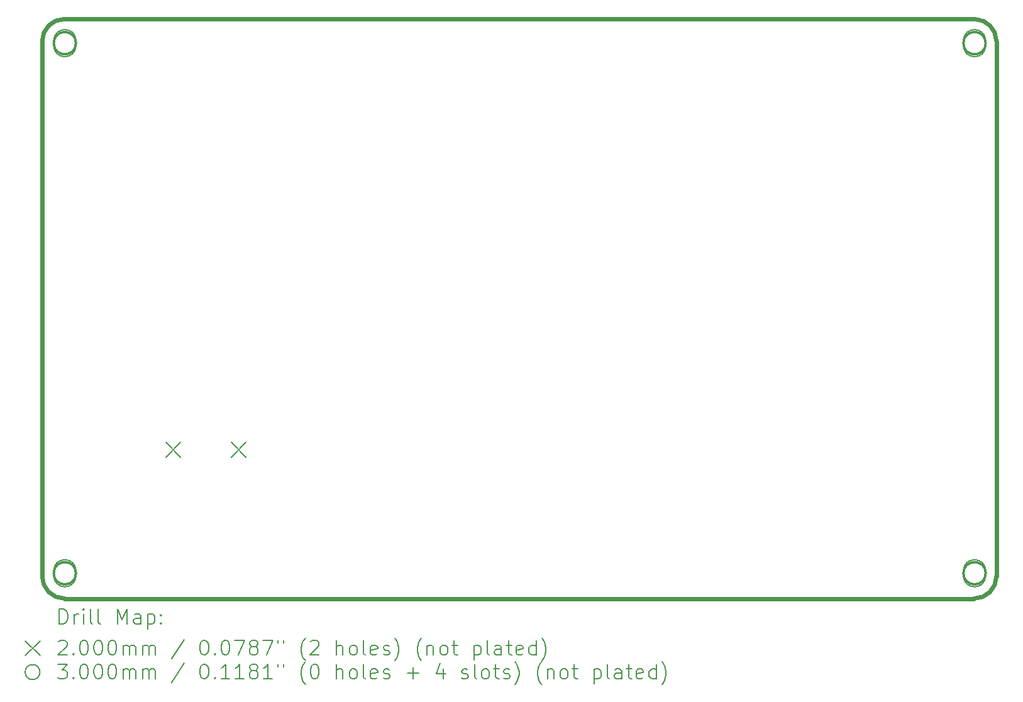
<source format=gbr>
%TF.GenerationSoftware,KiCad,Pcbnew,7.0.5*%
%TF.CreationDate,2023-06-11T20:56:01-05:00*%
%TF.ProjectId,NTS-1_CustomPanel,4e54532d-315f-4437-9573-746f6d50616e,C*%
%TF.SameCoordinates,Original*%
%TF.FileFunction,Drillmap*%
%TF.FilePolarity,Positive*%
%FSLAX45Y45*%
G04 Gerber Fmt 4.5, Leading zero omitted, Abs format (unit mm)*
G04 Created by KiCad (PCBNEW 7.0.5) date 2023-06-11 20:56:01*
%MOMM*%
%LPD*%
G01*
G04 APERTURE LIST*
%ADD10C,0.600000*%
%ADD11C,0.200000*%
%ADD12C,0.300000*%
G04 APERTURE END LIST*
D10*
X22850000Y-14699562D02*
X22850000Y-7500000D01*
X10000000Y-14700000D02*
X10000000Y-7500000D01*
X10300435Y-7200000D02*
X22550000Y-7200000D01*
X10300000Y-15000000D02*
X22549948Y-15000000D01*
X22550000Y-15000000D02*
G75*
G03*
X22850000Y-14700000I0J300000D01*
G01*
X10300000Y-7200000D02*
G75*
G03*
X10000000Y-7500000I0J-300000D01*
G01*
X10000000Y-14700000D02*
G75*
G03*
X10300000Y-15000000I300000J0D01*
G01*
X22850000Y-7500000D02*
G75*
G03*
X22550000Y-7200000I-300000J0D01*
G01*
D11*
X11665000Y-12895000D02*
X11865000Y-13095000D01*
X11865000Y-12895000D02*
X11665000Y-13095000D01*
X12545000Y-12895000D02*
X12745000Y-13095000D01*
X12745000Y-12895000D02*
X12545000Y-13095000D01*
D12*
X10455000Y-7524600D02*
G75*
G03*
X10455000Y-7524600I-150000J0D01*
G01*
D11*
X10155000Y-7492100D02*
X10155000Y-7557100D01*
X10155000Y-7557100D02*
G75*
G03*
X10455000Y-7557100I150000J0D01*
G01*
X10455000Y-7557100D02*
X10455000Y-7492100D01*
X10455000Y-7492100D02*
G75*
G03*
X10155000Y-7492100I-150000J0D01*
G01*
D12*
X10455000Y-14659600D02*
G75*
G03*
X10455000Y-14659600I-150000J0D01*
G01*
D11*
X10155000Y-14627100D02*
X10155000Y-14692100D01*
X10155000Y-14692100D02*
G75*
G03*
X10455000Y-14692100I150000J0D01*
G01*
X10455000Y-14692100D02*
X10455000Y-14627100D01*
X10455000Y-14627100D02*
G75*
G03*
X10155000Y-14627100I-150000J0D01*
G01*
D12*
X22705000Y-7524600D02*
G75*
G03*
X22705000Y-7524600I-150000J0D01*
G01*
D11*
X22405000Y-7492100D02*
X22405000Y-7557100D01*
X22405000Y-7557100D02*
G75*
G03*
X22705000Y-7557100I150000J0D01*
G01*
X22705000Y-7557100D02*
X22705000Y-7492100D01*
X22705000Y-7492100D02*
G75*
G03*
X22405000Y-7492100I-150000J0D01*
G01*
D12*
X22705000Y-14659600D02*
G75*
G03*
X22705000Y-14659600I-150000J0D01*
G01*
D11*
X22405000Y-14627100D02*
X22405000Y-14692100D01*
X22405000Y-14692100D02*
G75*
G03*
X22705000Y-14692100I150000J0D01*
G01*
X22705000Y-14692100D02*
X22705000Y-14627100D01*
X22705000Y-14627100D02*
G75*
G03*
X22405000Y-14627100I-150000J0D01*
G01*
X10230777Y-15341484D02*
X10230777Y-15141484D01*
X10230777Y-15141484D02*
X10278396Y-15141484D01*
X10278396Y-15141484D02*
X10306967Y-15151008D01*
X10306967Y-15151008D02*
X10326015Y-15170055D01*
X10326015Y-15170055D02*
X10335539Y-15189103D01*
X10335539Y-15189103D02*
X10345063Y-15227198D01*
X10345063Y-15227198D02*
X10345063Y-15255769D01*
X10345063Y-15255769D02*
X10335539Y-15293865D01*
X10335539Y-15293865D02*
X10326015Y-15312912D01*
X10326015Y-15312912D02*
X10306967Y-15331960D01*
X10306967Y-15331960D02*
X10278396Y-15341484D01*
X10278396Y-15341484D02*
X10230777Y-15341484D01*
X10430777Y-15341484D02*
X10430777Y-15208150D01*
X10430777Y-15246246D02*
X10440301Y-15227198D01*
X10440301Y-15227198D02*
X10449824Y-15217674D01*
X10449824Y-15217674D02*
X10468872Y-15208150D01*
X10468872Y-15208150D02*
X10487920Y-15208150D01*
X10554586Y-15341484D02*
X10554586Y-15208150D01*
X10554586Y-15141484D02*
X10545063Y-15151008D01*
X10545063Y-15151008D02*
X10554586Y-15160531D01*
X10554586Y-15160531D02*
X10564110Y-15151008D01*
X10564110Y-15151008D02*
X10554586Y-15141484D01*
X10554586Y-15141484D02*
X10554586Y-15160531D01*
X10678396Y-15341484D02*
X10659348Y-15331960D01*
X10659348Y-15331960D02*
X10649824Y-15312912D01*
X10649824Y-15312912D02*
X10649824Y-15141484D01*
X10783158Y-15341484D02*
X10764110Y-15331960D01*
X10764110Y-15331960D02*
X10754586Y-15312912D01*
X10754586Y-15312912D02*
X10754586Y-15141484D01*
X11011729Y-15341484D02*
X11011729Y-15141484D01*
X11011729Y-15141484D02*
X11078396Y-15284341D01*
X11078396Y-15284341D02*
X11145063Y-15141484D01*
X11145063Y-15141484D02*
X11145063Y-15341484D01*
X11326015Y-15341484D02*
X11326015Y-15236722D01*
X11326015Y-15236722D02*
X11316491Y-15217674D01*
X11316491Y-15217674D02*
X11297443Y-15208150D01*
X11297443Y-15208150D02*
X11259348Y-15208150D01*
X11259348Y-15208150D02*
X11240301Y-15217674D01*
X11326015Y-15331960D02*
X11306967Y-15341484D01*
X11306967Y-15341484D02*
X11259348Y-15341484D01*
X11259348Y-15341484D02*
X11240301Y-15331960D01*
X11240301Y-15331960D02*
X11230777Y-15312912D01*
X11230777Y-15312912D02*
X11230777Y-15293865D01*
X11230777Y-15293865D02*
X11240301Y-15274817D01*
X11240301Y-15274817D02*
X11259348Y-15265293D01*
X11259348Y-15265293D02*
X11306967Y-15265293D01*
X11306967Y-15265293D02*
X11326015Y-15255769D01*
X11421253Y-15208150D02*
X11421253Y-15408150D01*
X11421253Y-15217674D02*
X11440301Y-15208150D01*
X11440301Y-15208150D02*
X11478396Y-15208150D01*
X11478396Y-15208150D02*
X11497443Y-15217674D01*
X11497443Y-15217674D02*
X11506967Y-15227198D01*
X11506967Y-15227198D02*
X11516491Y-15246246D01*
X11516491Y-15246246D02*
X11516491Y-15303388D01*
X11516491Y-15303388D02*
X11506967Y-15322436D01*
X11506967Y-15322436D02*
X11497443Y-15331960D01*
X11497443Y-15331960D02*
X11478396Y-15341484D01*
X11478396Y-15341484D02*
X11440301Y-15341484D01*
X11440301Y-15341484D02*
X11421253Y-15331960D01*
X11602205Y-15322436D02*
X11611729Y-15331960D01*
X11611729Y-15331960D02*
X11602205Y-15341484D01*
X11602205Y-15341484D02*
X11592682Y-15331960D01*
X11592682Y-15331960D02*
X11602205Y-15322436D01*
X11602205Y-15322436D02*
X11602205Y-15341484D01*
X11602205Y-15217674D02*
X11611729Y-15227198D01*
X11611729Y-15227198D02*
X11602205Y-15236722D01*
X11602205Y-15236722D02*
X11592682Y-15227198D01*
X11592682Y-15227198D02*
X11602205Y-15217674D01*
X11602205Y-15217674D02*
X11602205Y-15236722D01*
X9770000Y-15570000D02*
X9970000Y-15770000D01*
X9970000Y-15570000D02*
X9770000Y-15770000D01*
X10221253Y-15580531D02*
X10230777Y-15571008D01*
X10230777Y-15571008D02*
X10249824Y-15561484D01*
X10249824Y-15561484D02*
X10297444Y-15561484D01*
X10297444Y-15561484D02*
X10316491Y-15571008D01*
X10316491Y-15571008D02*
X10326015Y-15580531D01*
X10326015Y-15580531D02*
X10335539Y-15599579D01*
X10335539Y-15599579D02*
X10335539Y-15618627D01*
X10335539Y-15618627D02*
X10326015Y-15647198D01*
X10326015Y-15647198D02*
X10211729Y-15761484D01*
X10211729Y-15761484D02*
X10335539Y-15761484D01*
X10421253Y-15742436D02*
X10430777Y-15751960D01*
X10430777Y-15751960D02*
X10421253Y-15761484D01*
X10421253Y-15761484D02*
X10411729Y-15751960D01*
X10411729Y-15751960D02*
X10421253Y-15742436D01*
X10421253Y-15742436D02*
X10421253Y-15761484D01*
X10554586Y-15561484D02*
X10573634Y-15561484D01*
X10573634Y-15561484D02*
X10592682Y-15571008D01*
X10592682Y-15571008D02*
X10602205Y-15580531D01*
X10602205Y-15580531D02*
X10611729Y-15599579D01*
X10611729Y-15599579D02*
X10621253Y-15637674D01*
X10621253Y-15637674D02*
X10621253Y-15685293D01*
X10621253Y-15685293D02*
X10611729Y-15723388D01*
X10611729Y-15723388D02*
X10602205Y-15742436D01*
X10602205Y-15742436D02*
X10592682Y-15751960D01*
X10592682Y-15751960D02*
X10573634Y-15761484D01*
X10573634Y-15761484D02*
X10554586Y-15761484D01*
X10554586Y-15761484D02*
X10535539Y-15751960D01*
X10535539Y-15751960D02*
X10526015Y-15742436D01*
X10526015Y-15742436D02*
X10516491Y-15723388D01*
X10516491Y-15723388D02*
X10506967Y-15685293D01*
X10506967Y-15685293D02*
X10506967Y-15637674D01*
X10506967Y-15637674D02*
X10516491Y-15599579D01*
X10516491Y-15599579D02*
X10526015Y-15580531D01*
X10526015Y-15580531D02*
X10535539Y-15571008D01*
X10535539Y-15571008D02*
X10554586Y-15561484D01*
X10745063Y-15561484D02*
X10764110Y-15561484D01*
X10764110Y-15561484D02*
X10783158Y-15571008D01*
X10783158Y-15571008D02*
X10792682Y-15580531D01*
X10792682Y-15580531D02*
X10802205Y-15599579D01*
X10802205Y-15599579D02*
X10811729Y-15637674D01*
X10811729Y-15637674D02*
X10811729Y-15685293D01*
X10811729Y-15685293D02*
X10802205Y-15723388D01*
X10802205Y-15723388D02*
X10792682Y-15742436D01*
X10792682Y-15742436D02*
X10783158Y-15751960D01*
X10783158Y-15751960D02*
X10764110Y-15761484D01*
X10764110Y-15761484D02*
X10745063Y-15761484D01*
X10745063Y-15761484D02*
X10726015Y-15751960D01*
X10726015Y-15751960D02*
X10716491Y-15742436D01*
X10716491Y-15742436D02*
X10706967Y-15723388D01*
X10706967Y-15723388D02*
X10697444Y-15685293D01*
X10697444Y-15685293D02*
X10697444Y-15637674D01*
X10697444Y-15637674D02*
X10706967Y-15599579D01*
X10706967Y-15599579D02*
X10716491Y-15580531D01*
X10716491Y-15580531D02*
X10726015Y-15571008D01*
X10726015Y-15571008D02*
X10745063Y-15561484D01*
X10935539Y-15561484D02*
X10954586Y-15561484D01*
X10954586Y-15561484D02*
X10973634Y-15571008D01*
X10973634Y-15571008D02*
X10983158Y-15580531D01*
X10983158Y-15580531D02*
X10992682Y-15599579D01*
X10992682Y-15599579D02*
X11002205Y-15637674D01*
X11002205Y-15637674D02*
X11002205Y-15685293D01*
X11002205Y-15685293D02*
X10992682Y-15723388D01*
X10992682Y-15723388D02*
X10983158Y-15742436D01*
X10983158Y-15742436D02*
X10973634Y-15751960D01*
X10973634Y-15751960D02*
X10954586Y-15761484D01*
X10954586Y-15761484D02*
X10935539Y-15761484D01*
X10935539Y-15761484D02*
X10916491Y-15751960D01*
X10916491Y-15751960D02*
X10906967Y-15742436D01*
X10906967Y-15742436D02*
X10897444Y-15723388D01*
X10897444Y-15723388D02*
X10887920Y-15685293D01*
X10887920Y-15685293D02*
X10887920Y-15637674D01*
X10887920Y-15637674D02*
X10897444Y-15599579D01*
X10897444Y-15599579D02*
X10906967Y-15580531D01*
X10906967Y-15580531D02*
X10916491Y-15571008D01*
X10916491Y-15571008D02*
X10935539Y-15561484D01*
X11087920Y-15761484D02*
X11087920Y-15628150D01*
X11087920Y-15647198D02*
X11097444Y-15637674D01*
X11097444Y-15637674D02*
X11116491Y-15628150D01*
X11116491Y-15628150D02*
X11145063Y-15628150D01*
X11145063Y-15628150D02*
X11164110Y-15637674D01*
X11164110Y-15637674D02*
X11173634Y-15656722D01*
X11173634Y-15656722D02*
X11173634Y-15761484D01*
X11173634Y-15656722D02*
X11183158Y-15637674D01*
X11183158Y-15637674D02*
X11202205Y-15628150D01*
X11202205Y-15628150D02*
X11230777Y-15628150D01*
X11230777Y-15628150D02*
X11249824Y-15637674D01*
X11249824Y-15637674D02*
X11259348Y-15656722D01*
X11259348Y-15656722D02*
X11259348Y-15761484D01*
X11354586Y-15761484D02*
X11354586Y-15628150D01*
X11354586Y-15647198D02*
X11364110Y-15637674D01*
X11364110Y-15637674D02*
X11383158Y-15628150D01*
X11383158Y-15628150D02*
X11411729Y-15628150D01*
X11411729Y-15628150D02*
X11430777Y-15637674D01*
X11430777Y-15637674D02*
X11440301Y-15656722D01*
X11440301Y-15656722D02*
X11440301Y-15761484D01*
X11440301Y-15656722D02*
X11449824Y-15637674D01*
X11449824Y-15637674D02*
X11468872Y-15628150D01*
X11468872Y-15628150D02*
X11497443Y-15628150D01*
X11497443Y-15628150D02*
X11516491Y-15637674D01*
X11516491Y-15637674D02*
X11526015Y-15656722D01*
X11526015Y-15656722D02*
X11526015Y-15761484D01*
X11916491Y-15551960D02*
X11745063Y-15809103D01*
X12173634Y-15561484D02*
X12192682Y-15561484D01*
X12192682Y-15561484D02*
X12211729Y-15571008D01*
X12211729Y-15571008D02*
X12221253Y-15580531D01*
X12221253Y-15580531D02*
X12230777Y-15599579D01*
X12230777Y-15599579D02*
X12240301Y-15637674D01*
X12240301Y-15637674D02*
X12240301Y-15685293D01*
X12240301Y-15685293D02*
X12230777Y-15723388D01*
X12230777Y-15723388D02*
X12221253Y-15742436D01*
X12221253Y-15742436D02*
X12211729Y-15751960D01*
X12211729Y-15751960D02*
X12192682Y-15761484D01*
X12192682Y-15761484D02*
X12173634Y-15761484D01*
X12173634Y-15761484D02*
X12154586Y-15751960D01*
X12154586Y-15751960D02*
X12145063Y-15742436D01*
X12145063Y-15742436D02*
X12135539Y-15723388D01*
X12135539Y-15723388D02*
X12126015Y-15685293D01*
X12126015Y-15685293D02*
X12126015Y-15637674D01*
X12126015Y-15637674D02*
X12135539Y-15599579D01*
X12135539Y-15599579D02*
X12145063Y-15580531D01*
X12145063Y-15580531D02*
X12154586Y-15571008D01*
X12154586Y-15571008D02*
X12173634Y-15561484D01*
X12326015Y-15742436D02*
X12335539Y-15751960D01*
X12335539Y-15751960D02*
X12326015Y-15761484D01*
X12326015Y-15761484D02*
X12316491Y-15751960D01*
X12316491Y-15751960D02*
X12326015Y-15742436D01*
X12326015Y-15742436D02*
X12326015Y-15761484D01*
X12459348Y-15561484D02*
X12478396Y-15561484D01*
X12478396Y-15561484D02*
X12497444Y-15571008D01*
X12497444Y-15571008D02*
X12506967Y-15580531D01*
X12506967Y-15580531D02*
X12516491Y-15599579D01*
X12516491Y-15599579D02*
X12526015Y-15637674D01*
X12526015Y-15637674D02*
X12526015Y-15685293D01*
X12526015Y-15685293D02*
X12516491Y-15723388D01*
X12516491Y-15723388D02*
X12506967Y-15742436D01*
X12506967Y-15742436D02*
X12497444Y-15751960D01*
X12497444Y-15751960D02*
X12478396Y-15761484D01*
X12478396Y-15761484D02*
X12459348Y-15761484D01*
X12459348Y-15761484D02*
X12440301Y-15751960D01*
X12440301Y-15751960D02*
X12430777Y-15742436D01*
X12430777Y-15742436D02*
X12421253Y-15723388D01*
X12421253Y-15723388D02*
X12411729Y-15685293D01*
X12411729Y-15685293D02*
X12411729Y-15637674D01*
X12411729Y-15637674D02*
X12421253Y-15599579D01*
X12421253Y-15599579D02*
X12430777Y-15580531D01*
X12430777Y-15580531D02*
X12440301Y-15571008D01*
X12440301Y-15571008D02*
X12459348Y-15561484D01*
X12592682Y-15561484D02*
X12726015Y-15561484D01*
X12726015Y-15561484D02*
X12640301Y-15761484D01*
X12830777Y-15647198D02*
X12811729Y-15637674D01*
X12811729Y-15637674D02*
X12802206Y-15628150D01*
X12802206Y-15628150D02*
X12792682Y-15609103D01*
X12792682Y-15609103D02*
X12792682Y-15599579D01*
X12792682Y-15599579D02*
X12802206Y-15580531D01*
X12802206Y-15580531D02*
X12811729Y-15571008D01*
X12811729Y-15571008D02*
X12830777Y-15561484D01*
X12830777Y-15561484D02*
X12868872Y-15561484D01*
X12868872Y-15561484D02*
X12887920Y-15571008D01*
X12887920Y-15571008D02*
X12897444Y-15580531D01*
X12897444Y-15580531D02*
X12906967Y-15599579D01*
X12906967Y-15599579D02*
X12906967Y-15609103D01*
X12906967Y-15609103D02*
X12897444Y-15628150D01*
X12897444Y-15628150D02*
X12887920Y-15637674D01*
X12887920Y-15637674D02*
X12868872Y-15647198D01*
X12868872Y-15647198D02*
X12830777Y-15647198D01*
X12830777Y-15647198D02*
X12811729Y-15656722D01*
X12811729Y-15656722D02*
X12802206Y-15666246D01*
X12802206Y-15666246D02*
X12792682Y-15685293D01*
X12792682Y-15685293D02*
X12792682Y-15723388D01*
X12792682Y-15723388D02*
X12802206Y-15742436D01*
X12802206Y-15742436D02*
X12811729Y-15751960D01*
X12811729Y-15751960D02*
X12830777Y-15761484D01*
X12830777Y-15761484D02*
X12868872Y-15761484D01*
X12868872Y-15761484D02*
X12887920Y-15751960D01*
X12887920Y-15751960D02*
X12897444Y-15742436D01*
X12897444Y-15742436D02*
X12906967Y-15723388D01*
X12906967Y-15723388D02*
X12906967Y-15685293D01*
X12906967Y-15685293D02*
X12897444Y-15666246D01*
X12897444Y-15666246D02*
X12887920Y-15656722D01*
X12887920Y-15656722D02*
X12868872Y-15647198D01*
X12973634Y-15561484D02*
X13106967Y-15561484D01*
X13106967Y-15561484D02*
X13021253Y-15761484D01*
X13173634Y-15561484D02*
X13173634Y-15599579D01*
X13249825Y-15561484D02*
X13249825Y-15599579D01*
X13545063Y-15837674D02*
X13535539Y-15828150D01*
X13535539Y-15828150D02*
X13516491Y-15799579D01*
X13516491Y-15799579D02*
X13506968Y-15780531D01*
X13506968Y-15780531D02*
X13497444Y-15751960D01*
X13497444Y-15751960D02*
X13487920Y-15704341D01*
X13487920Y-15704341D02*
X13487920Y-15666246D01*
X13487920Y-15666246D02*
X13497444Y-15618627D01*
X13497444Y-15618627D02*
X13506968Y-15590055D01*
X13506968Y-15590055D02*
X13516491Y-15571008D01*
X13516491Y-15571008D02*
X13535539Y-15542436D01*
X13535539Y-15542436D02*
X13545063Y-15532912D01*
X13611729Y-15580531D02*
X13621253Y-15571008D01*
X13621253Y-15571008D02*
X13640301Y-15561484D01*
X13640301Y-15561484D02*
X13687920Y-15561484D01*
X13687920Y-15561484D02*
X13706968Y-15571008D01*
X13706968Y-15571008D02*
X13716491Y-15580531D01*
X13716491Y-15580531D02*
X13726015Y-15599579D01*
X13726015Y-15599579D02*
X13726015Y-15618627D01*
X13726015Y-15618627D02*
X13716491Y-15647198D01*
X13716491Y-15647198D02*
X13602206Y-15761484D01*
X13602206Y-15761484D02*
X13726015Y-15761484D01*
X13964110Y-15761484D02*
X13964110Y-15561484D01*
X14049825Y-15761484D02*
X14049825Y-15656722D01*
X14049825Y-15656722D02*
X14040301Y-15637674D01*
X14040301Y-15637674D02*
X14021253Y-15628150D01*
X14021253Y-15628150D02*
X13992682Y-15628150D01*
X13992682Y-15628150D02*
X13973634Y-15637674D01*
X13973634Y-15637674D02*
X13964110Y-15647198D01*
X14173634Y-15761484D02*
X14154587Y-15751960D01*
X14154587Y-15751960D02*
X14145063Y-15742436D01*
X14145063Y-15742436D02*
X14135539Y-15723388D01*
X14135539Y-15723388D02*
X14135539Y-15666246D01*
X14135539Y-15666246D02*
X14145063Y-15647198D01*
X14145063Y-15647198D02*
X14154587Y-15637674D01*
X14154587Y-15637674D02*
X14173634Y-15628150D01*
X14173634Y-15628150D02*
X14202206Y-15628150D01*
X14202206Y-15628150D02*
X14221253Y-15637674D01*
X14221253Y-15637674D02*
X14230777Y-15647198D01*
X14230777Y-15647198D02*
X14240301Y-15666246D01*
X14240301Y-15666246D02*
X14240301Y-15723388D01*
X14240301Y-15723388D02*
X14230777Y-15742436D01*
X14230777Y-15742436D02*
X14221253Y-15751960D01*
X14221253Y-15751960D02*
X14202206Y-15761484D01*
X14202206Y-15761484D02*
X14173634Y-15761484D01*
X14354587Y-15761484D02*
X14335539Y-15751960D01*
X14335539Y-15751960D02*
X14326015Y-15732912D01*
X14326015Y-15732912D02*
X14326015Y-15561484D01*
X14506968Y-15751960D02*
X14487920Y-15761484D01*
X14487920Y-15761484D02*
X14449825Y-15761484D01*
X14449825Y-15761484D02*
X14430777Y-15751960D01*
X14430777Y-15751960D02*
X14421253Y-15732912D01*
X14421253Y-15732912D02*
X14421253Y-15656722D01*
X14421253Y-15656722D02*
X14430777Y-15637674D01*
X14430777Y-15637674D02*
X14449825Y-15628150D01*
X14449825Y-15628150D02*
X14487920Y-15628150D01*
X14487920Y-15628150D02*
X14506968Y-15637674D01*
X14506968Y-15637674D02*
X14516491Y-15656722D01*
X14516491Y-15656722D02*
X14516491Y-15675769D01*
X14516491Y-15675769D02*
X14421253Y-15694817D01*
X14592682Y-15751960D02*
X14611730Y-15761484D01*
X14611730Y-15761484D02*
X14649825Y-15761484D01*
X14649825Y-15761484D02*
X14668872Y-15751960D01*
X14668872Y-15751960D02*
X14678396Y-15732912D01*
X14678396Y-15732912D02*
X14678396Y-15723388D01*
X14678396Y-15723388D02*
X14668872Y-15704341D01*
X14668872Y-15704341D02*
X14649825Y-15694817D01*
X14649825Y-15694817D02*
X14621253Y-15694817D01*
X14621253Y-15694817D02*
X14602206Y-15685293D01*
X14602206Y-15685293D02*
X14592682Y-15666246D01*
X14592682Y-15666246D02*
X14592682Y-15656722D01*
X14592682Y-15656722D02*
X14602206Y-15637674D01*
X14602206Y-15637674D02*
X14621253Y-15628150D01*
X14621253Y-15628150D02*
X14649825Y-15628150D01*
X14649825Y-15628150D02*
X14668872Y-15637674D01*
X14745063Y-15837674D02*
X14754587Y-15828150D01*
X14754587Y-15828150D02*
X14773634Y-15799579D01*
X14773634Y-15799579D02*
X14783158Y-15780531D01*
X14783158Y-15780531D02*
X14792682Y-15751960D01*
X14792682Y-15751960D02*
X14802206Y-15704341D01*
X14802206Y-15704341D02*
X14802206Y-15666246D01*
X14802206Y-15666246D02*
X14792682Y-15618627D01*
X14792682Y-15618627D02*
X14783158Y-15590055D01*
X14783158Y-15590055D02*
X14773634Y-15571008D01*
X14773634Y-15571008D02*
X14754587Y-15542436D01*
X14754587Y-15542436D02*
X14745063Y-15532912D01*
X15106968Y-15837674D02*
X15097444Y-15828150D01*
X15097444Y-15828150D02*
X15078396Y-15799579D01*
X15078396Y-15799579D02*
X15068872Y-15780531D01*
X15068872Y-15780531D02*
X15059349Y-15751960D01*
X15059349Y-15751960D02*
X15049825Y-15704341D01*
X15049825Y-15704341D02*
X15049825Y-15666246D01*
X15049825Y-15666246D02*
X15059349Y-15618627D01*
X15059349Y-15618627D02*
X15068872Y-15590055D01*
X15068872Y-15590055D02*
X15078396Y-15571008D01*
X15078396Y-15571008D02*
X15097444Y-15542436D01*
X15097444Y-15542436D02*
X15106968Y-15532912D01*
X15183158Y-15628150D02*
X15183158Y-15761484D01*
X15183158Y-15647198D02*
X15192682Y-15637674D01*
X15192682Y-15637674D02*
X15211730Y-15628150D01*
X15211730Y-15628150D02*
X15240301Y-15628150D01*
X15240301Y-15628150D02*
X15259349Y-15637674D01*
X15259349Y-15637674D02*
X15268872Y-15656722D01*
X15268872Y-15656722D02*
X15268872Y-15761484D01*
X15392682Y-15761484D02*
X15373634Y-15751960D01*
X15373634Y-15751960D02*
X15364111Y-15742436D01*
X15364111Y-15742436D02*
X15354587Y-15723388D01*
X15354587Y-15723388D02*
X15354587Y-15666246D01*
X15354587Y-15666246D02*
X15364111Y-15647198D01*
X15364111Y-15647198D02*
X15373634Y-15637674D01*
X15373634Y-15637674D02*
X15392682Y-15628150D01*
X15392682Y-15628150D02*
X15421253Y-15628150D01*
X15421253Y-15628150D02*
X15440301Y-15637674D01*
X15440301Y-15637674D02*
X15449825Y-15647198D01*
X15449825Y-15647198D02*
X15459349Y-15666246D01*
X15459349Y-15666246D02*
X15459349Y-15723388D01*
X15459349Y-15723388D02*
X15449825Y-15742436D01*
X15449825Y-15742436D02*
X15440301Y-15751960D01*
X15440301Y-15751960D02*
X15421253Y-15761484D01*
X15421253Y-15761484D02*
X15392682Y-15761484D01*
X15516492Y-15628150D02*
X15592682Y-15628150D01*
X15545063Y-15561484D02*
X15545063Y-15732912D01*
X15545063Y-15732912D02*
X15554587Y-15751960D01*
X15554587Y-15751960D02*
X15573634Y-15761484D01*
X15573634Y-15761484D02*
X15592682Y-15761484D01*
X15811730Y-15628150D02*
X15811730Y-15828150D01*
X15811730Y-15637674D02*
X15830777Y-15628150D01*
X15830777Y-15628150D02*
X15868873Y-15628150D01*
X15868873Y-15628150D02*
X15887920Y-15637674D01*
X15887920Y-15637674D02*
X15897444Y-15647198D01*
X15897444Y-15647198D02*
X15906968Y-15666246D01*
X15906968Y-15666246D02*
X15906968Y-15723388D01*
X15906968Y-15723388D02*
X15897444Y-15742436D01*
X15897444Y-15742436D02*
X15887920Y-15751960D01*
X15887920Y-15751960D02*
X15868873Y-15761484D01*
X15868873Y-15761484D02*
X15830777Y-15761484D01*
X15830777Y-15761484D02*
X15811730Y-15751960D01*
X16021253Y-15761484D02*
X16002206Y-15751960D01*
X16002206Y-15751960D02*
X15992682Y-15732912D01*
X15992682Y-15732912D02*
X15992682Y-15561484D01*
X16183158Y-15761484D02*
X16183158Y-15656722D01*
X16183158Y-15656722D02*
X16173634Y-15637674D01*
X16173634Y-15637674D02*
X16154587Y-15628150D01*
X16154587Y-15628150D02*
X16116492Y-15628150D01*
X16116492Y-15628150D02*
X16097444Y-15637674D01*
X16183158Y-15751960D02*
X16164111Y-15761484D01*
X16164111Y-15761484D02*
X16116492Y-15761484D01*
X16116492Y-15761484D02*
X16097444Y-15751960D01*
X16097444Y-15751960D02*
X16087920Y-15732912D01*
X16087920Y-15732912D02*
X16087920Y-15713865D01*
X16087920Y-15713865D02*
X16097444Y-15694817D01*
X16097444Y-15694817D02*
X16116492Y-15685293D01*
X16116492Y-15685293D02*
X16164111Y-15685293D01*
X16164111Y-15685293D02*
X16183158Y-15675769D01*
X16249825Y-15628150D02*
X16326015Y-15628150D01*
X16278396Y-15561484D02*
X16278396Y-15732912D01*
X16278396Y-15732912D02*
X16287920Y-15751960D01*
X16287920Y-15751960D02*
X16306968Y-15761484D01*
X16306968Y-15761484D02*
X16326015Y-15761484D01*
X16468873Y-15751960D02*
X16449825Y-15761484D01*
X16449825Y-15761484D02*
X16411730Y-15761484D01*
X16411730Y-15761484D02*
X16392682Y-15751960D01*
X16392682Y-15751960D02*
X16383158Y-15732912D01*
X16383158Y-15732912D02*
X16383158Y-15656722D01*
X16383158Y-15656722D02*
X16392682Y-15637674D01*
X16392682Y-15637674D02*
X16411730Y-15628150D01*
X16411730Y-15628150D02*
X16449825Y-15628150D01*
X16449825Y-15628150D02*
X16468873Y-15637674D01*
X16468873Y-15637674D02*
X16478396Y-15656722D01*
X16478396Y-15656722D02*
X16478396Y-15675769D01*
X16478396Y-15675769D02*
X16383158Y-15694817D01*
X16649825Y-15761484D02*
X16649825Y-15561484D01*
X16649825Y-15751960D02*
X16630777Y-15761484D01*
X16630777Y-15761484D02*
X16592682Y-15761484D01*
X16592682Y-15761484D02*
X16573634Y-15751960D01*
X16573634Y-15751960D02*
X16564111Y-15742436D01*
X16564111Y-15742436D02*
X16554587Y-15723388D01*
X16554587Y-15723388D02*
X16554587Y-15666246D01*
X16554587Y-15666246D02*
X16564111Y-15647198D01*
X16564111Y-15647198D02*
X16573634Y-15637674D01*
X16573634Y-15637674D02*
X16592682Y-15628150D01*
X16592682Y-15628150D02*
X16630777Y-15628150D01*
X16630777Y-15628150D02*
X16649825Y-15637674D01*
X16726015Y-15837674D02*
X16735539Y-15828150D01*
X16735539Y-15828150D02*
X16754587Y-15799579D01*
X16754587Y-15799579D02*
X16764111Y-15780531D01*
X16764111Y-15780531D02*
X16773634Y-15751960D01*
X16773634Y-15751960D02*
X16783158Y-15704341D01*
X16783158Y-15704341D02*
X16783158Y-15666246D01*
X16783158Y-15666246D02*
X16773634Y-15618627D01*
X16773634Y-15618627D02*
X16764111Y-15590055D01*
X16764111Y-15590055D02*
X16754587Y-15571008D01*
X16754587Y-15571008D02*
X16735539Y-15542436D01*
X16735539Y-15542436D02*
X16726015Y-15532912D01*
X9970000Y-15990000D02*
G75*
G03*
X9970000Y-15990000I-100000J0D01*
G01*
X10211729Y-15881484D02*
X10335539Y-15881484D01*
X10335539Y-15881484D02*
X10268872Y-15957674D01*
X10268872Y-15957674D02*
X10297444Y-15957674D01*
X10297444Y-15957674D02*
X10316491Y-15967198D01*
X10316491Y-15967198D02*
X10326015Y-15976722D01*
X10326015Y-15976722D02*
X10335539Y-15995769D01*
X10335539Y-15995769D02*
X10335539Y-16043388D01*
X10335539Y-16043388D02*
X10326015Y-16062436D01*
X10326015Y-16062436D02*
X10316491Y-16071960D01*
X10316491Y-16071960D02*
X10297444Y-16081484D01*
X10297444Y-16081484D02*
X10240301Y-16081484D01*
X10240301Y-16081484D02*
X10221253Y-16071960D01*
X10221253Y-16071960D02*
X10211729Y-16062436D01*
X10421253Y-16062436D02*
X10430777Y-16071960D01*
X10430777Y-16071960D02*
X10421253Y-16081484D01*
X10421253Y-16081484D02*
X10411729Y-16071960D01*
X10411729Y-16071960D02*
X10421253Y-16062436D01*
X10421253Y-16062436D02*
X10421253Y-16081484D01*
X10554586Y-15881484D02*
X10573634Y-15881484D01*
X10573634Y-15881484D02*
X10592682Y-15891008D01*
X10592682Y-15891008D02*
X10602205Y-15900531D01*
X10602205Y-15900531D02*
X10611729Y-15919579D01*
X10611729Y-15919579D02*
X10621253Y-15957674D01*
X10621253Y-15957674D02*
X10621253Y-16005293D01*
X10621253Y-16005293D02*
X10611729Y-16043388D01*
X10611729Y-16043388D02*
X10602205Y-16062436D01*
X10602205Y-16062436D02*
X10592682Y-16071960D01*
X10592682Y-16071960D02*
X10573634Y-16081484D01*
X10573634Y-16081484D02*
X10554586Y-16081484D01*
X10554586Y-16081484D02*
X10535539Y-16071960D01*
X10535539Y-16071960D02*
X10526015Y-16062436D01*
X10526015Y-16062436D02*
X10516491Y-16043388D01*
X10516491Y-16043388D02*
X10506967Y-16005293D01*
X10506967Y-16005293D02*
X10506967Y-15957674D01*
X10506967Y-15957674D02*
X10516491Y-15919579D01*
X10516491Y-15919579D02*
X10526015Y-15900531D01*
X10526015Y-15900531D02*
X10535539Y-15891008D01*
X10535539Y-15891008D02*
X10554586Y-15881484D01*
X10745063Y-15881484D02*
X10764110Y-15881484D01*
X10764110Y-15881484D02*
X10783158Y-15891008D01*
X10783158Y-15891008D02*
X10792682Y-15900531D01*
X10792682Y-15900531D02*
X10802205Y-15919579D01*
X10802205Y-15919579D02*
X10811729Y-15957674D01*
X10811729Y-15957674D02*
X10811729Y-16005293D01*
X10811729Y-16005293D02*
X10802205Y-16043388D01*
X10802205Y-16043388D02*
X10792682Y-16062436D01*
X10792682Y-16062436D02*
X10783158Y-16071960D01*
X10783158Y-16071960D02*
X10764110Y-16081484D01*
X10764110Y-16081484D02*
X10745063Y-16081484D01*
X10745063Y-16081484D02*
X10726015Y-16071960D01*
X10726015Y-16071960D02*
X10716491Y-16062436D01*
X10716491Y-16062436D02*
X10706967Y-16043388D01*
X10706967Y-16043388D02*
X10697444Y-16005293D01*
X10697444Y-16005293D02*
X10697444Y-15957674D01*
X10697444Y-15957674D02*
X10706967Y-15919579D01*
X10706967Y-15919579D02*
X10716491Y-15900531D01*
X10716491Y-15900531D02*
X10726015Y-15891008D01*
X10726015Y-15891008D02*
X10745063Y-15881484D01*
X10935539Y-15881484D02*
X10954586Y-15881484D01*
X10954586Y-15881484D02*
X10973634Y-15891008D01*
X10973634Y-15891008D02*
X10983158Y-15900531D01*
X10983158Y-15900531D02*
X10992682Y-15919579D01*
X10992682Y-15919579D02*
X11002205Y-15957674D01*
X11002205Y-15957674D02*
X11002205Y-16005293D01*
X11002205Y-16005293D02*
X10992682Y-16043388D01*
X10992682Y-16043388D02*
X10983158Y-16062436D01*
X10983158Y-16062436D02*
X10973634Y-16071960D01*
X10973634Y-16071960D02*
X10954586Y-16081484D01*
X10954586Y-16081484D02*
X10935539Y-16081484D01*
X10935539Y-16081484D02*
X10916491Y-16071960D01*
X10916491Y-16071960D02*
X10906967Y-16062436D01*
X10906967Y-16062436D02*
X10897444Y-16043388D01*
X10897444Y-16043388D02*
X10887920Y-16005293D01*
X10887920Y-16005293D02*
X10887920Y-15957674D01*
X10887920Y-15957674D02*
X10897444Y-15919579D01*
X10897444Y-15919579D02*
X10906967Y-15900531D01*
X10906967Y-15900531D02*
X10916491Y-15891008D01*
X10916491Y-15891008D02*
X10935539Y-15881484D01*
X11087920Y-16081484D02*
X11087920Y-15948150D01*
X11087920Y-15967198D02*
X11097444Y-15957674D01*
X11097444Y-15957674D02*
X11116491Y-15948150D01*
X11116491Y-15948150D02*
X11145063Y-15948150D01*
X11145063Y-15948150D02*
X11164110Y-15957674D01*
X11164110Y-15957674D02*
X11173634Y-15976722D01*
X11173634Y-15976722D02*
X11173634Y-16081484D01*
X11173634Y-15976722D02*
X11183158Y-15957674D01*
X11183158Y-15957674D02*
X11202205Y-15948150D01*
X11202205Y-15948150D02*
X11230777Y-15948150D01*
X11230777Y-15948150D02*
X11249824Y-15957674D01*
X11249824Y-15957674D02*
X11259348Y-15976722D01*
X11259348Y-15976722D02*
X11259348Y-16081484D01*
X11354586Y-16081484D02*
X11354586Y-15948150D01*
X11354586Y-15967198D02*
X11364110Y-15957674D01*
X11364110Y-15957674D02*
X11383158Y-15948150D01*
X11383158Y-15948150D02*
X11411729Y-15948150D01*
X11411729Y-15948150D02*
X11430777Y-15957674D01*
X11430777Y-15957674D02*
X11440301Y-15976722D01*
X11440301Y-15976722D02*
X11440301Y-16081484D01*
X11440301Y-15976722D02*
X11449824Y-15957674D01*
X11449824Y-15957674D02*
X11468872Y-15948150D01*
X11468872Y-15948150D02*
X11497443Y-15948150D01*
X11497443Y-15948150D02*
X11516491Y-15957674D01*
X11516491Y-15957674D02*
X11526015Y-15976722D01*
X11526015Y-15976722D02*
X11526015Y-16081484D01*
X11916491Y-15871960D02*
X11745063Y-16129103D01*
X12173634Y-15881484D02*
X12192682Y-15881484D01*
X12192682Y-15881484D02*
X12211729Y-15891008D01*
X12211729Y-15891008D02*
X12221253Y-15900531D01*
X12221253Y-15900531D02*
X12230777Y-15919579D01*
X12230777Y-15919579D02*
X12240301Y-15957674D01*
X12240301Y-15957674D02*
X12240301Y-16005293D01*
X12240301Y-16005293D02*
X12230777Y-16043388D01*
X12230777Y-16043388D02*
X12221253Y-16062436D01*
X12221253Y-16062436D02*
X12211729Y-16071960D01*
X12211729Y-16071960D02*
X12192682Y-16081484D01*
X12192682Y-16081484D02*
X12173634Y-16081484D01*
X12173634Y-16081484D02*
X12154586Y-16071960D01*
X12154586Y-16071960D02*
X12145063Y-16062436D01*
X12145063Y-16062436D02*
X12135539Y-16043388D01*
X12135539Y-16043388D02*
X12126015Y-16005293D01*
X12126015Y-16005293D02*
X12126015Y-15957674D01*
X12126015Y-15957674D02*
X12135539Y-15919579D01*
X12135539Y-15919579D02*
X12145063Y-15900531D01*
X12145063Y-15900531D02*
X12154586Y-15891008D01*
X12154586Y-15891008D02*
X12173634Y-15881484D01*
X12326015Y-16062436D02*
X12335539Y-16071960D01*
X12335539Y-16071960D02*
X12326015Y-16081484D01*
X12326015Y-16081484D02*
X12316491Y-16071960D01*
X12316491Y-16071960D02*
X12326015Y-16062436D01*
X12326015Y-16062436D02*
X12326015Y-16081484D01*
X12526015Y-16081484D02*
X12411729Y-16081484D01*
X12468872Y-16081484D02*
X12468872Y-15881484D01*
X12468872Y-15881484D02*
X12449825Y-15910055D01*
X12449825Y-15910055D02*
X12430777Y-15929103D01*
X12430777Y-15929103D02*
X12411729Y-15938627D01*
X12716491Y-16081484D02*
X12602206Y-16081484D01*
X12659348Y-16081484D02*
X12659348Y-15881484D01*
X12659348Y-15881484D02*
X12640301Y-15910055D01*
X12640301Y-15910055D02*
X12621253Y-15929103D01*
X12621253Y-15929103D02*
X12602206Y-15938627D01*
X12830777Y-15967198D02*
X12811729Y-15957674D01*
X12811729Y-15957674D02*
X12802206Y-15948150D01*
X12802206Y-15948150D02*
X12792682Y-15929103D01*
X12792682Y-15929103D02*
X12792682Y-15919579D01*
X12792682Y-15919579D02*
X12802206Y-15900531D01*
X12802206Y-15900531D02*
X12811729Y-15891008D01*
X12811729Y-15891008D02*
X12830777Y-15881484D01*
X12830777Y-15881484D02*
X12868872Y-15881484D01*
X12868872Y-15881484D02*
X12887920Y-15891008D01*
X12887920Y-15891008D02*
X12897444Y-15900531D01*
X12897444Y-15900531D02*
X12906967Y-15919579D01*
X12906967Y-15919579D02*
X12906967Y-15929103D01*
X12906967Y-15929103D02*
X12897444Y-15948150D01*
X12897444Y-15948150D02*
X12887920Y-15957674D01*
X12887920Y-15957674D02*
X12868872Y-15967198D01*
X12868872Y-15967198D02*
X12830777Y-15967198D01*
X12830777Y-15967198D02*
X12811729Y-15976722D01*
X12811729Y-15976722D02*
X12802206Y-15986246D01*
X12802206Y-15986246D02*
X12792682Y-16005293D01*
X12792682Y-16005293D02*
X12792682Y-16043388D01*
X12792682Y-16043388D02*
X12802206Y-16062436D01*
X12802206Y-16062436D02*
X12811729Y-16071960D01*
X12811729Y-16071960D02*
X12830777Y-16081484D01*
X12830777Y-16081484D02*
X12868872Y-16081484D01*
X12868872Y-16081484D02*
X12887920Y-16071960D01*
X12887920Y-16071960D02*
X12897444Y-16062436D01*
X12897444Y-16062436D02*
X12906967Y-16043388D01*
X12906967Y-16043388D02*
X12906967Y-16005293D01*
X12906967Y-16005293D02*
X12897444Y-15986246D01*
X12897444Y-15986246D02*
X12887920Y-15976722D01*
X12887920Y-15976722D02*
X12868872Y-15967198D01*
X13097444Y-16081484D02*
X12983158Y-16081484D01*
X13040301Y-16081484D02*
X13040301Y-15881484D01*
X13040301Y-15881484D02*
X13021253Y-15910055D01*
X13021253Y-15910055D02*
X13002206Y-15929103D01*
X13002206Y-15929103D02*
X12983158Y-15938627D01*
X13173634Y-15881484D02*
X13173634Y-15919579D01*
X13249825Y-15881484D02*
X13249825Y-15919579D01*
X13545063Y-16157674D02*
X13535539Y-16148150D01*
X13535539Y-16148150D02*
X13516491Y-16119579D01*
X13516491Y-16119579D02*
X13506968Y-16100531D01*
X13506968Y-16100531D02*
X13497444Y-16071960D01*
X13497444Y-16071960D02*
X13487920Y-16024341D01*
X13487920Y-16024341D02*
X13487920Y-15986246D01*
X13487920Y-15986246D02*
X13497444Y-15938627D01*
X13497444Y-15938627D02*
X13506968Y-15910055D01*
X13506968Y-15910055D02*
X13516491Y-15891008D01*
X13516491Y-15891008D02*
X13535539Y-15862436D01*
X13535539Y-15862436D02*
X13545063Y-15852912D01*
X13659348Y-15881484D02*
X13678396Y-15881484D01*
X13678396Y-15881484D02*
X13697444Y-15891008D01*
X13697444Y-15891008D02*
X13706968Y-15900531D01*
X13706968Y-15900531D02*
X13716491Y-15919579D01*
X13716491Y-15919579D02*
X13726015Y-15957674D01*
X13726015Y-15957674D02*
X13726015Y-16005293D01*
X13726015Y-16005293D02*
X13716491Y-16043388D01*
X13716491Y-16043388D02*
X13706968Y-16062436D01*
X13706968Y-16062436D02*
X13697444Y-16071960D01*
X13697444Y-16071960D02*
X13678396Y-16081484D01*
X13678396Y-16081484D02*
X13659348Y-16081484D01*
X13659348Y-16081484D02*
X13640301Y-16071960D01*
X13640301Y-16071960D02*
X13630777Y-16062436D01*
X13630777Y-16062436D02*
X13621253Y-16043388D01*
X13621253Y-16043388D02*
X13611729Y-16005293D01*
X13611729Y-16005293D02*
X13611729Y-15957674D01*
X13611729Y-15957674D02*
X13621253Y-15919579D01*
X13621253Y-15919579D02*
X13630777Y-15900531D01*
X13630777Y-15900531D02*
X13640301Y-15891008D01*
X13640301Y-15891008D02*
X13659348Y-15881484D01*
X13964110Y-16081484D02*
X13964110Y-15881484D01*
X14049825Y-16081484D02*
X14049825Y-15976722D01*
X14049825Y-15976722D02*
X14040301Y-15957674D01*
X14040301Y-15957674D02*
X14021253Y-15948150D01*
X14021253Y-15948150D02*
X13992682Y-15948150D01*
X13992682Y-15948150D02*
X13973634Y-15957674D01*
X13973634Y-15957674D02*
X13964110Y-15967198D01*
X14173634Y-16081484D02*
X14154587Y-16071960D01*
X14154587Y-16071960D02*
X14145063Y-16062436D01*
X14145063Y-16062436D02*
X14135539Y-16043388D01*
X14135539Y-16043388D02*
X14135539Y-15986246D01*
X14135539Y-15986246D02*
X14145063Y-15967198D01*
X14145063Y-15967198D02*
X14154587Y-15957674D01*
X14154587Y-15957674D02*
X14173634Y-15948150D01*
X14173634Y-15948150D02*
X14202206Y-15948150D01*
X14202206Y-15948150D02*
X14221253Y-15957674D01*
X14221253Y-15957674D02*
X14230777Y-15967198D01*
X14230777Y-15967198D02*
X14240301Y-15986246D01*
X14240301Y-15986246D02*
X14240301Y-16043388D01*
X14240301Y-16043388D02*
X14230777Y-16062436D01*
X14230777Y-16062436D02*
X14221253Y-16071960D01*
X14221253Y-16071960D02*
X14202206Y-16081484D01*
X14202206Y-16081484D02*
X14173634Y-16081484D01*
X14354587Y-16081484D02*
X14335539Y-16071960D01*
X14335539Y-16071960D02*
X14326015Y-16052912D01*
X14326015Y-16052912D02*
X14326015Y-15881484D01*
X14506968Y-16071960D02*
X14487920Y-16081484D01*
X14487920Y-16081484D02*
X14449825Y-16081484D01*
X14449825Y-16081484D02*
X14430777Y-16071960D01*
X14430777Y-16071960D02*
X14421253Y-16052912D01*
X14421253Y-16052912D02*
X14421253Y-15976722D01*
X14421253Y-15976722D02*
X14430777Y-15957674D01*
X14430777Y-15957674D02*
X14449825Y-15948150D01*
X14449825Y-15948150D02*
X14487920Y-15948150D01*
X14487920Y-15948150D02*
X14506968Y-15957674D01*
X14506968Y-15957674D02*
X14516491Y-15976722D01*
X14516491Y-15976722D02*
X14516491Y-15995769D01*
X14516491Y-15995769D02*
X14421253Y-16014817D01*
X14592682Y-16071960D02*
X14611730Y-16081484D01*
X14611730Y-16081484D02*
X14649825Y-16081484D01*
X14649825Y-16081484D02*
X14668872Y-16071960D01*
X14668872Y-16071960D02*
X14678396Y-16052912D01*
X14678396Y-16052912D02*
X14678396Y-16043388D01*
X14678396Y-16043388D02*
X14668872Y-16024341D01*
X14668872Y-16024341D02*
X14649825Y-16014817D01*
X14649825Y-16014817D02*
X14621253Y-16014817D01*
X14621253Y-16014817D02*
X14602206Y-16005293D01*
X14602206Y-16005293D02*
X14592682Y-15986246D01*
X14592682Y-15986246D02*
X14592682Y-15976722D01*
X14592682Y-15976722D02*
X14602206Y-15957674D01*
X14602206Y-15957674D02*
X14621253Y-15948150D01*
X14621253Y-15948150D02*
X14649825Y-15948150D01*
X14649825Y-15948150D02*
X14668872Y-15957674D01*
X14916492Y-16005293D02*
X15068873Y-16005293D01*
X14992682Y-16081484D02*
X14992682Y-15929103D01*
X15402206Y-15948150D02*
X15402206Y-16081484D01*
X15354587Y-15871960D02*
X15306968Y-16014817D01*
X15306968Y-16014817D02*
X15430777Y-16014817D01*
X15649825Y-16071960D02*
X15668873Y-16081484D01*
X15668873Y-16081484D02*
X15706968Y-16081484D01*
X15706968Y-16081484D02*
X15726015Y-16071960D01*
X15726015Y-16071960D02*
X15735539Y-16052912D01*
X15735539Y-16052912D02*
X15735539Y-16043388D01*
X15735539Y-16043388D02*
X15726015Y-16024341D01*
X15726015Y-16024341D02*
X15706968Y-16014817D01*
X15706968Y-16014817D02*
X15678396Y-16014817D01*
X15678396Y-16014817D02*
X15659349Y-16005293D01*
X15659349Y-16005293D02*
X15649825Y-15986246D01*
X15649825Y-15986246D02*
X15649825Y-15976722D01*
X15649825Y-15976722D02*
X15659349Y-15957674D01*
X15659349Y-15957674D02*
X15678396Y-15948150D01*
X15678396Y-15948150D02*
X15706968Y-15948150D01*
X15706968Y-15948150D02*
X15726015Y-15957674D01*
X15849825Y-16081484D02*
X15830777Y-16071960D01*
X15830777Y-16071960D02*
X15821254Y-16052912D01*
X15821254Y-16052912D02*
X15821254Y-15881484D01*
X15954587Y-16081484D02*
X15935539Y-16071960D01*
X15935539Y-16071960D02*
X15926015Y-16062436D01*
X15926015Y-16062436D02*
X15916492Y-16043388D01*
X15916492Y-16043388D02*
X15916492Y-15986246D01*
X15916492Y-15986246D02*
X15926015Y-15967198D01*
X15926015Y-15967198D02*
X15935539Y-15957674D01*
X15935539Y-15957674D02*
X15954587Y-15948150D01*
X15954587Y-15948150D02*
X15983158Y-15948150D01*
X15983158Y-15948150D02*
X16002206Y-15957674D01*
X16002206Y-15957674D02*
X16011730Y-15967198D01*
X16011730Y-15967198D02*
X16021254Y-15986246D01*
X16021254Y-15986246D02*
X16021254Y-16043388D01*
X16021254Y-16043388D02*
X16011730Y-16062436D01*
X16011730Y-16062436D02*
X16002206Y-16071960D01*
X16002206Y-16071960D02*
X15983158Y-16081484D01*
X15983158Y-16081484D02*
X15954587Y-16081484D01*
X16078396Y-15948150D02*
X16154587Y-15948150D01*
X16106968Y-15881484D02*
X16106968Y-16052912D01*
X16106968Y-16052912D02*
X16116492Y-16071960D01*
X16116492Y-16071960D02*
X16135539Y-16081484D01*
X16135539Y-16081484D02*
X16154587Y-16081484D01*
X16211730Y-16071960D02*
X16230777Y-16081484D01*
X16230777Y-16081484D02*
X16268873Y-16081484D01*
X16268873Y-16081484D02*
X16287920Y-16071960D01*
X16287920Y-16071960D02*
X16297444Y-16052912D01*
X16297444Y-16052912D02*
X16297444Y-16043388D01*
X16297444Y-16043388D02*
X16287920Y-16024341D01*
X16287920Y-16024341D02*
X16268873Y-16014817D01*
X16268873Y-16014817D02*
X16240301Y-16014817D01*
X16240301Y-16014817D02*
X16221254Y-16005293D01*
X16221254Y-16005293D02*
X16211730Y-15986246D01*
X16211730Y-15986246D02*
X16211730Y-15976722D01*
X16211730Y-15976722D02*
X16221254Y-15957674D01*
X16221254Y-15957674D02*
X16240301Y-15948150D01*
X16240301Y-15948150D02*
X16268873Y-15948150D01*
X16268873Y-15948150D02*
X16287920Y-15957674D01*
X16364111Y-16157674D02*
X16373635Y-16148150D01*
X16373635Y-16148150D02*
X16392682Y-16119579D01*
X16392682Y-16119579D02*
X16402206Y-16100531D01*
X16402206Y-16100531D02*
X16411730Y-16071960D01*
X16411730Y-16071960D02*
X16421254Y-16024341D01*
X16421254Y-16024341D02*
X16421254Y-15986246D01*
X16421254Y-15986246D02*
X16411730Y-15938627D01*
X16411730Y-15938627D02*
X16402206Y-15910055D01*
X16402206Y-15910055D02*
X16392682Y-15891008D01*
X16392682Y-15891008D02*
X16373635Y-15862436D01*
X16373635Y-15862436D02*
X16364111Y-15852912D01*
X16726016Y-16157674D02*
X16716492Y-16148150D01*
X16716492Y-16148150D02*
X16697444Y-16119579D01*
X16697444Y-16119579D02*
X16687920Y-16100531D01*
X16687920Y-16100531D02*
X16678396Y-16071960D01*
X16678396Y-16071960D02*
X16668873Y-16024341D01*
X16668873Y-16024341D02*
X16668873Y-15986246D01*
X16668873Y-15986246D02*
X16678396Y-15938627D01*
X16678396Y-15938627D02*
X16687920Y-15910055D01*
X16687920Y-15910055D02*
X16697444Y-15891008D01*
X16697444Y-15891008D02*
X16716492Y-15862436D01*
X16716492Y-15862436D02*
X16726016Y-15852912D01*
X16802206Y-15948150D02*
X16802206Y-16081484D01*
X16802206Y-15967198D02*
X16811730Y-15957674D01*
X16811730Y-15957674D02*
X16830777Y-15948150D01*
X16830777Y-15948150D02*
X16859349Y-15948150D01*
X16859349Y-15948150D02*
X16878397Y-15957674D01*
X16878397Y-15957674D02*
X16887920Y-15976722D01*
X16887920Y-15976722D02*
X16887920Y-16081484D01*
X17011730Y-16081484D02*
X16992682Y-16071960D01*
X16992682Y-16071960D02*
X16983158Y-16062436D01*
X16983158Y-16062436D02*
X16973635Y-16043388D01*
X16973635Y-16043388D02*
X16973635Y-15986246D01*
X16973635Y-15986246D02*
X16983158Y-15967198D01*
X16983158Y-15967198D02*
X16992682Y-15957674D01*
X16992682Y-15957674D02*
X17011730Y-15948150D01*
X17011730Y-15948150D02*
X17040301Y-15948150D01*
X17040301Y-15948150D02*
X17059349Y-15957674D01*
X17059349Y-15957674D02*
X17068873Y-15967198D01*
X17068873Y-15967198D02*
X17078397Y-15986246D01*
X17078397Y-15986246D02*
X17078397Y-16043388D01*
X17078397Y-16043388D02*
X17068873Y-16062436D01*
X17068873Y-16062436D02*
X17059349Y-16071960D01*
X17059349Y-16071960D02*
X17040301Y-16081484D01*
X17040301Y-16081484D02*
X17011730Y-16081484D01*
X17135539Y-15948150D02*
X17211730Y-15948150D01*
X17164111Y-15881484D02*
X17164111Y-16052912D01*
X17164111Y-16052912D02*
X17173635Y-16071960D01*
X17173635Y-16071960D02*
X17192682Y-16081484D01*
X17192682Y-16081484D02*
X17211730Y-16081484D01*
X17430778Y-15948150D02*
X17430778Y-16148150D01*
X17430778Y-15957674D02*
X17449825Y-15948150D01*
X17449825Y-15948150D02*
X17487920Y-15948150D01*
X17487920Y-15948150D02*
X17506968Y-15957674D01*
X17506968Y-15957674D02*
X17516492Y-15967198D01*
X17516492Y-15967198D02*
X17526016Y-15986246D01*
X17526016Y-15986246D02*
X17526016Y-16043388D01*
X17526016Y-16043388D02*
X17516492Y-16062436D01*
X17516492Y-16062436D02*
X17506968Y-16071960D01*
X17506968Y-16071960D02*
X17487920Y-16081484D01*
X17487920Y-16081484D02*
X17449825Y-16081484D01*
X17449825Y-16081484D02*
X17430778Y-16071960D01*
X17640301Y-16081484D02*
X17621254Y-16071960D01*
X17621254Y-16071960D02*
X17611730Y-16052912D01*
X17611730Y-16052912D02*
X17611730Y-15881484D01*
X17802206Y-16081484D02*
X17802206Y-15976722D01*
X17802206Y-15976722D02*
X17792682Y-15957674D01*
X17792682Y-15957674D02*
X17773635Y-15948150D01*
X17773635Y-15948150D02*
X17735539Y-15948150D01*
X17735539Y-15948150D02*
X17716492Y-15957674D01*
X17802206Y-16071960D02*
X17783159Y-16081484D01*
X17783159Y-16081484D02*
X17735539Y-16081484D01*
X17735539Y-16081484D02*
X17716492Y-16071960D01*
X17716492Y-16071960D02*
X17706968Y-16052912D01*
X17706968Y-16052912D02*
X17706968Y-16033865D01*
X17706968Y-16033865D02*
X17716492Y-16014817D01*
X17716492Y-16014817D02*
X17735539Y-16005293D01*
X17735539Y-16005293D02*
X17783159Y-16005293D01*
X17783159Y-16005293D02*
X17802206Y-15995769D01*
X17868873Y-15948150D02*
X17945063Y-15948150D01*
X17897444Y-15881484D02*
X17897444Y-16052912D01*
X17897444Y-16052912D02*
X17906968Y-16071960D01*
X17906968Y-16071960D02*
X17926016Y-16081484D01*
X17926016Y-16081484D02*
X17945063Y-16081484D01*
X18087920Y-16071960D02*
X18068873Y-16081484D01*
X18068873Y-16081484D02*
X18030778Y-16081484D01*
X18030778Y-16081484D02*
X18011730Y-16071960D01*
X18011730Y-16071960D02*
X18002206Y-16052912D01*
X18002206Y-16052912D02*
X18002206Y-15976722D01*
X18002206Y-15976722D02*
X18011730Y-15957674D01*
X18011730Y-15957674D02*
X18030778Y-15948150D01*
X18030778Y-15948150D02*
X18068873Y-15948150D01*
X18068873Y-15948150D02*
X18087920Y-15957674D01*
X18087920Y-15957674D02*
X18097444Y-15976722D01*
X18097444Y-15976722D02*
X18097444Y-15995769D01*
X18097444Y-15995769D02*
X18002206Y-16014817D01*
X18268873Y-16081484D02*
X18268873Y-15881484D01*
X18268873Y-16071960D02*
X18249825Y-16081484D01*
X18249825Y-16081484D02*
X18211730Y-16081484D01*
X18211730Y-16081484D02*
X18192682Y-16071960D01*
X18192682Y-16071960D02*
X18183159Y-16062436D01*
X18183159Y-16062436D02*
X18173635Y-16043388D01*
X18173635Y-16043388D02*
X18173635Y-15986246D01*
X18173635Y-15986246D02*
X18183159Y-15967198D01*
X18183159Y-15967198D02*
X18192682Y-15957674D01*
X18192682Y-15957674D02*
X18211730Y-15948150D01*
X18211730Y-15948150D02*
X18249825Y-15948150D01*
X18249825Y-15948150D02*
X18268873Y-15957674D01*
X18345063Y-16157674D02*
X18354587Y-16148150D01*
X18354587Y-16148150D02*
X18373635Y-16119579D01*
X18373635Y-16119579D02*
X18383159Y-16100531D01*
X18383159Y-16100531D02*
X18392682Y-16071960D01*
X18392682Y-16071960D02*
X18402206Y-16024341D01*
X18402206Y-16024341D02*
X18402206Y-15986246D01*
X18402206Y-15986246D02*
X18392682Y-15938627D01*
X18392682Y-15938627D02*
X18383159Y-15910055D01*
X18383159Y-15910055D02*
X18373635Y-15891008D01*
X18373635Y-15891008D02*
X18354587Y-15862436D01*
X18354587Y-15862436D02*
X18345063Y-15852912D01*
M02*

</source>
